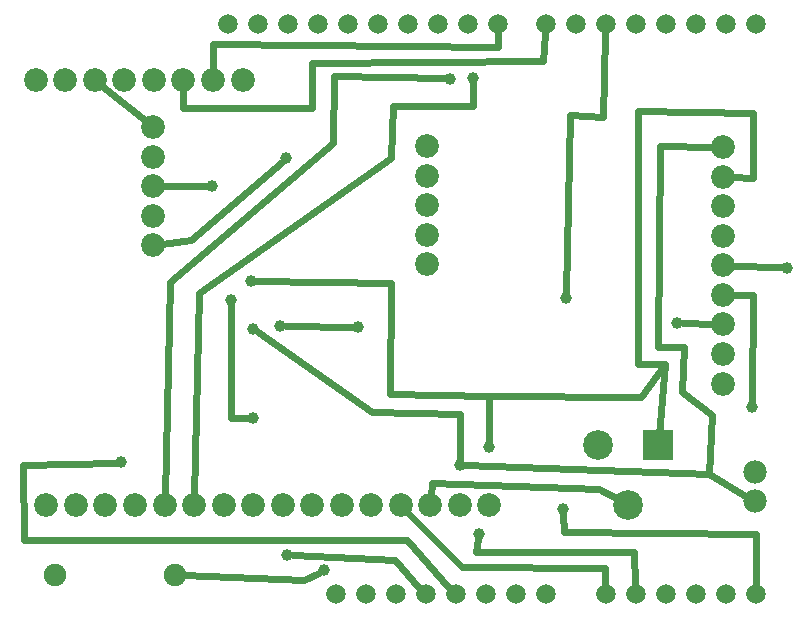
<source format=gbl>
G04 MADE WITH FRITZING*
G04 WWW.FRITZING.ORG*
G04 DOUBLE SIDED*
G04 HOLES PLATED*
G04 CONTOUR ON CENTER OF CONTOUR VECTOR*
%ASAXBY*%
%FSLAX23Y23*%
%MOIN*%
%OFA0B0*%
%SFA1.0B1.0*%
%ADD10C,0.099000*%
%ADD11C,0.075000*%
%ADD12C,0.079370*%
%ADD13C,0.065278*%
%ADD14C,0.078000*%
%ADD15C,0.039370*%
%ADD16R,0.099000X0.099000*%
%ADD17C,0.024000*%
%LNCOPPER0*%
G90*
G70*
G54D10*
X1979Y599D03*
X2179Y599D03*
X2079Y399D03*
G54D11*
X568Y166D03*
X168Y166D03*
G54D12*
X494Y1658D03*
X494Y1559D03*
X494Y1461D03*
X494Y1362D03*
X494Y1264D03*
X1616Y398D03*
X1517Y398D03*
X1419Y398D03*
X1320Y398D03*
X1222Y398D03*
X1123Y398D03*
X1025Y398D03*
X927Y398D03*
X828Y398D03*
X730Y398D03*
X631Y398D03*
X533Y398D03*
X435Y398D03*
X336Y398D03*
X238Y398D03*
X139Y398D03*
X2395Y1591D03*
X2395Y1492D03*
X2395Y1394D03*
X2395Y1296D03*
X2395Y1197D03*
X2395Y1099D03*
X2395Y1000D03*
X2395Y902D03*
X2395Y803D03*
X1407Y1201D03*
X1407Y1299D03*
X1407Y1398D03*
X1407Y1496D03*
X1407Y1595D03*
X793Y1815D03*
X694Y1815D03*
X596Y1815D03*
X498Y1815D03*
X399Y1815D03*
X301Y1815D03*
X202Y1815D03*
X104Y1815D03*
G54D13*
X2103Y100D03*
X2203Y100D03*
X2303Y100D03*
X2403Y100D03*
X2503Y100D03*
X1643Y2000D03*
X1543Y2000D03*
X1443Y2000D03*
X1343Y2000D03*
X1243Y2000D03*
X1143Y2000D03*
X1043Y2000D03*
X943Y2000D03*
X843Y2000D03*
X743Y2000D03*
X2503Y2000D03*
X2403Y2000D03*
X2303Y2000D03*
X2203Y2000D03*
X2103Y2000D03*
X2003Y2000D03*
X1903Y2000D03*
X1803Y2000D03*
X1203Y100D03*
X1103Y100D03*
X1303Y100D03*
X1403Y100D03*
X1503Y100D03*
X1603Y100D03*
X1703Y100D03*
X1803Y100D03*
X2003Y100D03*
G54D14*
X2501Y508D03*
X2501Y410D03*
G54D15*
X1064Y181D03*
X1580Y303D03*
X2242Y1004D03*
X2490Y725D03*
X2608Y1189D03*
X1560Y1823D03*
X1872Y1087D03*
X387Y540D03*
X828Y985D03*
X1517Y532D03*
X1616Y591D03*
X820Y1146D03*
X942Y233D03*
X690Y1461D03*
X756Y1081D03*
X828Y689D03*
X1860Y386D03*
X1179Y992D03*
X919Y996D03*
X938Y1555D03*
X1486Y1819D03*
G54D16*
X2179Y599D03*
G54D17*
X1206Y398D02*
X1222Y398D01*
D02*
X123Y398D02*
X139Y398D01*
D02*
X1421Y429D02*
X1423Y473D01*
D02*
X1423Y473D02*
X1982Y452D01*
D02*
X1982Y452D02*
X2051Y414D01*
D02*
X2002Y132D02*
X2001Y189D01*
D02*
X2001Y189D02*
X1524Y193D01*
X1524Y193D02*
X1342Y376D01*
D02*
X997Y149D02*
X1047Y173D01*
D02*
X597Y165D02*
X997Y149D01*
D02*
X694Y1846D02*
X694Y1934D01*
D02*
X694Y1934D02*
X1643Y1925D01*
D02*
X1643Y1925D02*
X1643Y1969D01*
D02*
X1801Y1969D02*
X1796Y1879D01*
D02*
X1796Y1879D02*
X1025Y1870D01*
D02*
X1025Y1870D02*
X1025Y1720D01*
D02*
X1025Y1720D02*
X595Y1720D01*
D02*
X595Y1720D02*
X596Y1784D01*
D02*
X2102Y132D02*
X2099Y240D01*
D02*
X2099Y240D02*
X1572Y241D01*
X1572Y241D02*
X1578Y285D01*
D02*
X2364Y1001D02*
X2261Y1004D01*
D02*
X2426Y1099D02*
X2494Y1098D01*
D02*
X2494Y1098D02*
X2490Y744D01*
D02*
X2426Y1196D02*
X2589Y1190D01*
D02*
X632Y429D02*
X648Y1105D01*
X648Y1105D02*
X1288Y1555D01*
D02*
X1296Y1729D02*
X1561Y1729D01*
D02*
X1561Y1729D02*
X1561Y1804D01*
D02*
X1288Y1555D02*
X1296Y1729D01*
D02*
X534Y429D02*
X550Y1142D01*
D02*
X1095Y1606D02*
X1099Y1828D01*
D02*
X1099Y1828D02*
X1467Y1820D01*
D02*
X550Y1142D02*
X1095Y1606D01*
D02*
X1872Y1106D02*
X1883Y1697D01*
D02*
X1993Y1693D02*
X2002Y1969D01*
D02*
X1883Y1697D02*
X1993Y1693D01*
D02*
X1482Y123D02*
X1340Y280D01*
D02*
X1340Y280D02*
X64Y280D01*
D02*
X64Y280D02*
X61Y532D01*
D02*
X61Y532D02*
X368Y539D01*
D02*
X1518Y700D02*
X1517Y551D01*
D02*
X1226Y708D02*
X1518Y700D01*
D02*
X844Y974D02*
X1226Y708D01*
D02*
X2476Y425D02*
X2348Y503D01*
D02*
X2348Y503D02*
X1536Y531D01*
D02*
X2364Y1591D02*
X2183Y1595D01*
D02*
X2183Y1595D02*
X2179Y926D01*
D02*
X2179Y926D02*
X2264Y926D01*
D02*
X2359Y697D02*
X2348Y503D01*
D02*
X2264Y926D02*
X2257Y776D01*
D02*
X2257Y776D02*
X2359Y697D01*
D02*
X325Y1796D02*
X470Y1677D01*
D02*
X1285Y769D02*
X1288Y1138D01*
D02*
X1616Y763D02*
X1285Y769D01*
D02*
X1288Y1138D02*
X839Y1146D01*
D02*
X2181Y630D02*
X2202Y867D01*
D02*
X2202Y867D02*
X2120Y759D01*
D02*
X2120Y759D02*
X1616Y763D01*
D02*
X1616Y763D02*
X1616Y610D01*
D02*
X2426Y1491D02*
X2494Y1489D01*
D02*
X2494Y1489D02*
X2494Y1705D01*
D02*
X2494Y1705D02*
X2111Y1712D01*
D02*
X2111Y1712D02*
X2111Y867D01*
D02*
X2111Y867D02*
X2202Y867D01*
D02*
X961Y232D02*
X1300Y214D01*
D02*
X1300Y214D02*
X1382Y123D01*
D02*
X524Y1461D02*
X671Y1461D01*
D02*
X756Y1062D02*
X754Y689D01*
D02*
X754Y689D02*
X809Y689D01*
D02*
X2503Y132D02*
X2505Y303D01*
D02*
X2505Y303D02*
X1865Y308D01*
D02*
X1865Y308D02*
X1861Y367D01*
D02*
X1160Y993D02*
X938Y996D01*
D02*
X924Y1543D02*
X620Y1280D01*
D02*
X620Y1280D02*
X524Y1268D01*
G04 End of Copper0*
M02*
</source>
